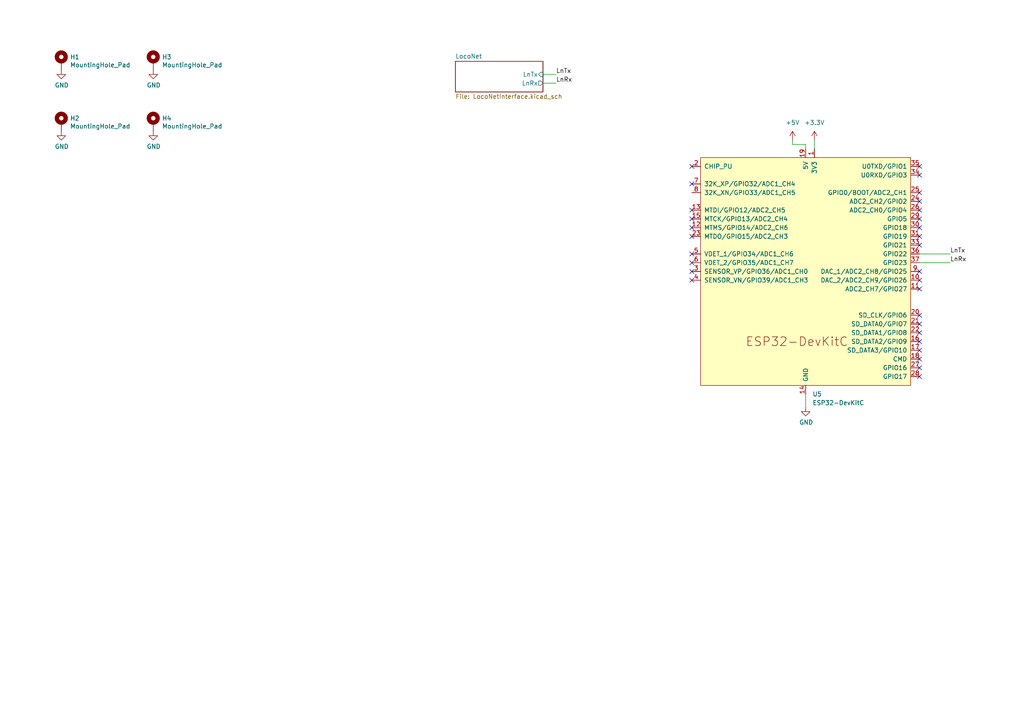
<source format=kicad_sch>
(kicad_sch (version 20230121) (generator eeschema)
  (paper "A4")
  (lib_symbols
    (symbol "Mechanical:MountingHole_Pad" (pin_numbers hide) (pin_names (offset 1.016) hide)
      (property "Reference" "H" (at 0 6.35 0))
      (property "Value" "MountingHole_Pad" (at 0 4.445 0))
      (symbol "MountingHole_Pad_0_1"
        (circle (center 0 1.27) (radius 1.27) (stroke (width 1.27)))
      )
      (symbol "MountingHole_Pad_1_1"
        (pin input line (at 0 -2.54 90) (length 2.54) (name "1") (number "1"))
      )
    )
    (symbol "PCM_Espressif:ESP32-DevKitC" (pin_names (offset 1.016))
      (property "Reference" "U" (at -30.48 38.1 0))
      (property "Value" "ESP32-DevKitC" (at -30.48 35.56 0))
      (symbol "ESP32-DevKitC_0_0"
        (text "ESP32-DevKitC" (at -2.54 -20.32 0) (effects (font (size 2.54 2.54))))
        (pin power_in line (at 0 -35.56 90) (length 2.54) (name "GND") (number "14"))
        (pin power_in line (at 0 35.56 270) (length 2.54) (name "5V") (number "19"))
      )
      (symbol "ESP32-DevKitC_0_1"
        (rectangle (start -30.48 33.02) (end 30.48 -33.02) (fill (type background)))
      )
      (symbol "ESP32-DevKitC_1_1"
        (pin power_in line (at 2.54 35.56 270) (length 2.54) (name "3V3") (number "1"))
        (pin bidirectional line (at 33.02 -2.54 180) (length 2.54) (name "DAC_2/ADC2_CH9/GPIO26") (number "10"))
        (pin bidirectional line (at 33.02 -5.08 180) (length 2.54) (name "ADC2_CH7/GPIO27") (number "11"))
        (pin bidirectional line (at -33.02 12.7 0) (length 2.54) (name "MTMS/GPIO14/ADC2_CH6") (number "12"))
        (pin bidirectional line (at -33.02 17.78 0) (length 2.54) (name "MTDI/GPIO12/ADC2_CH5") (number "13"))
        (pin bidirectional line (at -33.02 15.24 0) (length 2.54) (name "MTCK/GPIO13/ADC2_CH4") (number "15"))
        (pin bidirectional line (at 33.02 -20.32 180) (length 2.54) (name "SD_DATA2/GPIO9") (number "16"))
        (pin bidirectional line (at 33.02 -22.86 180) (length 2.54) (name "SD_DATA3/GPIO10") (number "17"))
        (pin bidirectional line (at 33.02 -25.4 180) (length 2.54) (name "CMD") (number "18"))
        (pin input line (at -33.02 30.48 0) (length 2.54) (name "CHIP_PU") (number "2"))
        (pin bidirectional line (at 33.02 -12.7 180) (length 2.54) (name "SD_CLK/GPIO6") (number "20"))
        (pin bidirectional line (at 33.02 -15.24 180) (length 2.54) (name "SD_DATA0/GPIO7") (number "21"))
        (pin bidirectional line (at 33.02 -17.78 180) (length 2.54) (name "SD_DATA1/GPIO8") (number "22"))
        (pin bidirectional line (at -33.02 10.16 0) (length 2.54) (name "MTDO/GPIO15/ADC2_CH3") (number "23"))
        (pin bidirectional line (at 33.02 20.32 180) (length 2.54) (name "ADC2_CH2/GPIO2") (number "24"))
        (pin bidirectional line (at 33.02 22.86 180) (length 2.54) (name "GPIO0/BOOT/ADC2_CH1") (number "25"))
        (pin bidirectional line (at 33.02 17.78 180) (length 2.54) (name "ADC2_CH0/GPIO4") (number "26"))
        (pin bidirectional line (at 33.02 -27.94 180) (length 2.54) (name "GPIO16") (number "27"))
        (pin bidirectional line (at 33.02 -30.48 180) (length 2.54) (name "GPIO17") (number "28"))
        (pin bidirectional line (at 33.02 15.24 180) (length 2.54) (name "GPIO5") (number "29"))
        (pin input line (at -33.02 0 0) (length 2.54) (name "SENSOR_VP/GPIO36/ADC1_CH0") (number "3"))
        (pin bidirectional line (at 33.02 12.7 180) (length 2.54) (name "GPIO18") (number "30"))
        (pin bidirectional line (at 33.02 10.16 180) (length 2.54) (name "GPIO19") (number "31"))
        (pin passive line (at 0 -35.56 90) (length 2.54) hide (name "GND") (number "32"))
        (pin bidirectional line (at 33.02 7.62 180) (length 2.54) (name "GPIO21") (number "33"))
        (pin bidirectional line (at 33.02 27.94 180) (length 2.54) (name "U0RXD/GPIO3") (number "34"))
        (pin bidirectional line (at 33.02 30.48 180) (length 2.54) (name "U0TXD/GPIO1") (number "35"))
        (pin bidirectional line (at 33.02 5.08 180) (length 2.54) (name "GPIO22") (number "36"))
        (pin bidirectional line (at 33.02 2.54 180) (length 2.54) (name "GPIO23") (number "37"))
        (pin passive line (at 0 -35.56 90) (length 2.54) hide (name "GND") (number "38"))
        (pin input line (at -33.02 -2.54 0) (length 2.54) (name "SENSOR_VN/GPIO39/ADC1_CH3") (number "4"))
        (pin input line (at -33.02 5.08 0) (length 2.54) (name "VDET_1/GPIO34/ADC1_CH6") (number "5"))
        (pin input line (at -33.02 2.54 0) (length 2.54) (name "VDET_2/GPIO35/ADC1_CH7") (number "6"))
        (pin bidirectional line (at -33.02 25.4 0) (length 2.54) (name "32K_XP/GPIO32/ADC1_CH4") (number "7"))
        (pin bidirectional line (at -33.02 22.86 0) (length 2.54) (name "32K_XN/GPIO33/ADC1_CH5") (number "8"))
        (pin bidirectional line (at 33.02 0 180) (length 2.54) (name "DAC_1/ADC2_CH8/GPIO25") (number "9"))
      )
    )
    (symbol "power:+3.3V" (power) (pin_names (offset 0))
      (property "Value" "+3.3V" (at 0 3.556 0))
      (symbol "+3.3V_0_1"
        (polyline (pts (xy -0.762 1.27) (xy 0 2.54)))
        (polyline (pts (xy 0 0) (xy 0 2.54)))
        (polyline (pts (xy 0 2.54) (xy 0.762 1.27)))
      )
      (symbol "+3.3V_1_1"
        (pin power_in line (at 0 0 90) (length 0) hide (name "+3.3V") (number "1"))
      )
    )
    (symbol "power:+5V" (power) (pin_names (offset 0))
      (property "Value" "+5V" (at 0 3.556 0))
      (symbol "+5V_0_1"
        (polyline (pts (xy -0.762 1.27) (xy 0 2.54)))
        (polyline (pts (xy 0 0) (xy 0 2.54)))
        (polyline (pts (xy 0 2.54) (xy 0.762 1.27)))
      )
      (symbol "+5V_1_1"
        (pin power_in line (at 0 0 90) (length 0) hide (name "+5V") (number "1"))
      )
    )
    (symbol "power:GND" (power) (pin_names (offset 0))
      (property "Value" "GND" (at 0 -3.81 0))
      (symbol "GND_0_1"
        (polyline (pts (xy 0 0) (xy 0 -1.27) (xy 1.27 -1.27) (xy 0 -2.54) (xy -1.27 -1.27) (xy 0 -1.27)))
      )
      (symbol "GND_1_1"
        (pin power_in line (at 0 0 270) (length 0) hide (name "GND") (number "1"))
      )
    )
  )
  (no_connect (at 200.66 53.34))
  (no_connect (at 266.7 71.12))
  (no_connect (at 266.7 78.74))
  (no_connect (at 266.7 48.26))
  (no_connect (at 200.66 73.66))
  (no_connect (at 266.7 81.28))
  (no_connect (at 266.7 106.68))
  (no_connect (at 266.7 101.6))
  (no_connect (at 200.66 76.2))
  (no_connect (at 266.7 66.04))
  (no_connect (at 266.7 50.8))
  (no_connect (at 200.66 60.96))
  (no_connect (at 266.7 91.44))
  (no_connect (at 200.66 78.74))
  (no_connect (at 266.7 93.98))
  (no_connect (at 200.66 68.58))
  (no_connect (at 266.7 55.88))
  (no_connect (at 266.7 58.42))
  (no_connect (at 266.7 96.52))
  (no_connect (at 266.7 63.5))
  (no_connect (at 266.7 68.58))
  (no_connect (at 266.7 99.06))
  (no_connect (at 200.66 63.5))
  (no_connect (at 200.66 81.28))
  (no_connect (at 266.7 104.14))
  (no_connect (at 200.66 66.04))
  (no_connect (at 266.7 60.96))
  (no_connect (at 266.7 83.82))
  (no_connect (at 266.7 109.22))
  (no_connect (at 200.66 48.26))
  (wire (pts (xy 161.29 24.13) (xy 157.48 24.13)))
  (wire (pts (xy 233.68 114.3) (xy 233.68 118.11)))
  (wire (pts (xy 157.48 21.59) (xy 161.29 21.59)))
  (wire (pts (xy 229.87 41.91) (xy 233.68 41.91)))
  (wire (pts (xy 229.87 40.64) (xy 229.87 41.91)))
  (wire (pts (xy 233.68 41.91) (xy 233.68 43.18)))
  (wire (pts (xy 266.7 76.2) (xy 275.59 76.2)))
  (wire (pts (xy 236.22 40.64) (xy 236.22 43.18)))
  (wire (pts (xy 266.7 73.66) (xy 275.59 73.66)))
  (label "LnRx" (at 275.59 76.2 0))
  (label "LnRx" (at 161.29 24.13 0))
  (label "LnTx" (at 275.59 73.66 0))
  (label "LnTx" (at 161.29 21.59 0))
  (symbol (lib_id "Mechanical:MountingHole_Pad") (at 17.78 17.78 0) (unit 1)
    (property "Reference" "H1" (at 20.32 16.5354 0) (effects (justify left)))
    (property "Value" "MountingHole_Pad" (at 20.32 18.8468 0) (effects (justify left)))
    (property "Footprint" "MountingHole:MountingHole_3.2mm_M3_ISO7380_Pad" (effects hide))
  )
  (symbol (lib_id "Mechanical:MountingHole_Pad") (at 44.45 17.78 0) (unit 1)
    (property "Reference" "H3" (at 46.99 16.5354 0) (effects (justify left)))
    (property "Value" "MountingHole_Pad" (at 46.99 18.8468 0) (effects (justify left)))
    (property "Footprint" "MountingHole:MountingHole_3.2mm_M3_ISO7380_Pad" (effects hide))
  )
  (symbol (lib_id "Mechanical:MountingHole_Pad") (at 44.45 35.56 0) (unit 1)
    (property "Reference" "H4" (at 46.99 34.3154 0) (effects (justify left)))
    (property "Value" "MountingHole_Pad" (at 46.99 36.6268 0) (effects (justify left)))
    (property "Footprint" "MountingHole:MountingHole_3.2mm_M3_ISO7380_Pad" (effects hide))
  )
  (symbol (lib_id "Mechanical:MountingHole_Pad") (at 17.78 35.56 0) (unit 1)
    (property "Reference" "H2" (at 20.32 34.3154 0) (effects (justify left)))
    (property "Value" "MountingHole_Pad" (at 20.32 36.6268 0) (effects (justify left)))
    (property "Footprint" "MountingHole:MountingHole_3.2mm_M3_ISO7380_Pad" (effects hide))
  )
  (symbol (lib_id "power:GND") (at 44.45 38.1 0) (unit 1)
    (property "Reference" "#PWR09" (effects hide))
    (property "Value" "GND" (at 44.577 42.4942 0))
  )
  (symbol (lib_id "power:GND") (at 17.78 38.1 0) (unit 1)
    (property "Reference" "#PWR02" (effects hide))
    (property "Value" "GND" (at 17.907 42.4942 0))
  )
  (symbol (lib_id "power:GND") (at 17.78 20.32 0) (unit 1)
    (property "Reference" "#PWR01" (effects hide))
    (property "Value" "GND" (at 17.907 24.7142 0))
  )
  (symbol (lib_id "power:GND") (at 44.45 20.32 0) (unit 1)
    (property "Reference" "#PWR04" (effects hide))
    (property "Value" "GND" (at 44.577 24.7142 0))
  )
  (symbol (lib_id "power:+3.3V") (at 236.22 40.64 0) (unit 1)
    (property "Reference" "#PWR037" (effects hide))
    (property "Value" "+3.3V" (at 236.22 35.56 0))
  )
  (symbol (lib_id "power:GND") (at 233.68 118.11 0) (unit 1)
    (property "Reference" "#PWR014" (effects hide))
    (property "Value" "GND" (at 233.807 122.5042 0))
  )
  (symbol (lib_id "power:+5V") (at 229.87 40.64 0) (unit 1)
    (property "Reference" "#PWR011" (effects hide))
    (property "Value" "+5V" (at 229.87 35.56 0))
  )
  (symbol (lib_id "PCM_Espressif:ESP32-DevKitC") (at 233.68 78.74 0) (unit 1)
    (property "Reference" "U5" (at 235.6359 114.3 0) (effects (justify left)))
    (property "Value" "ESP32-DevKitC" (at 235.6359 116.84 0) (effects (justify left)))
    (property "Footprint" "Espressif:ESP32-DevKitC" (effects hide))
    (property "Datasheet" "https://docs.espressif.com/projects/esp-idf/zh_CN/latest/esp32/hw-reference/esp32/get-started-devkitc.html" (effects hide))
  )
  (sheet (at 132.08 17.78) (size 25.4 8.89)
    (property "Sheetname" "LocoNet" (at 132.08 17.0684 0) (effects (justify left bottom)))
    (property "Sheetfile" "LocoNetInterface.kicad_sch" (at 132.08 27.2546 0) (effects (justify left top)))
    (pin "LnTx" input (at 157.48 21.59 0))
    (pin "LnRx" output (at 157.48 24.13 0))
  )
)
</source>
